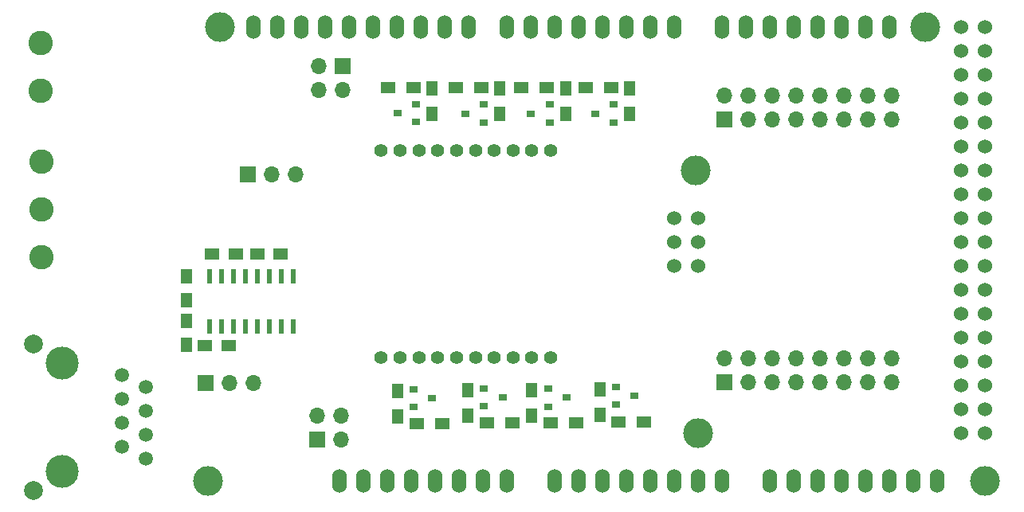
<source format=gbr>
G04 #@! TF.FileFunction,Soldermask,Bot*
%FSLAX46Y46*%
G04 Gerber Fmt 4.6, Leading zero omitted, Abs format (unit mm)*
G04 Created by KiCad (PCBNEW 4.0.4-stable) date 05/31/17 10:55:34*
%MOMM*%
%LPD*%
G01*
G04 APERTURE LIST*
%ADD10C,0.100000*%
%ADD11R,0.900000X0.800000*%
%ADD12O,1.524000X2.540000*%
%ADD13C,3.175000*%
%ADD14C,1.524000*%
%ADD15R,0.600000X1.500000*%
%ADD16R,1.500000X1.250000*%
%ADD17R,1.250000X1.500000*%
%ADD18R,1.700000X1.700000*%
%ADD19O,1.700000X1.700000*%
%ADD20C,2.600000*%
%ADD21C,3.500000*%
%ADD22C,2.000000*%
%ADD23C,1.500000*%
%ADD24C,1.400000*%
%ADD25R,1.500000X1.300000*%
%ADD26R,1.300000X1.500000*%
G04 APERTURE END LIST*
D10*
D11*
X149900000Y-110600000D03*
X149900000Y-108700000D03*
X151900000Y-109650000D03*
D12*
X182710000Y-70180000D03*
X185250000Y-70180000D03*
X187790000Y-70180000D03*
X190330000Y-70180000D03*
X192870000Y-70180000D03*
X195410000Y-70180000D03*
X197950000Y-70180000D03*
X200490000Y-70180000D03*
X205570000Y-118440000D03*
X203030000Y-118440000D03*
X200490000Y-118440000D03*
X197950000Y-118440000D03*
X187790000Y-118440000D03*
X182710000Y-118440000D03*
X180170000Y-118440000D03*
X190330000Y-118440000D03*
X192870000Y-118440000D03*
X195410000Y-118440000D03*
X177630000Y-118440000D03*
X175090000Y-118440000D03*
X172550000Y-118440000D03*
X164930000Y-118440000D03*
X167470000Y-118440000D03*
X170010000Y-118440000D03*
X159850000Y-118440000D03*
X157310000Y-118440000D03*
X154770000Y-118440000D03*
X149690000Y-118440000D03*
X147150000Y-118440000D03*
X177630000Y-70180000D03*
X175090000Y-70180000D03*
X172550000Y-70180000D03*
X170010000Y-70180000D03*
X167470000Y-70180000D03*
X164930000Y-70180000D03*
X162390000Y-70180000D03*
X159850000Y-70180000D03*
X155786000Y-70180000D03*
X153246000Y-70180000D03*
X150706000Y-70180000D03*
X148166000Y-70180000D03*
X145626000Y-70180000D03*
X143086000Y-70180000D03*
X140546000Y-70180000D03*
X138006000Y-70180000D03*
X152230000Y-118440000D03*
D13*
X210650000Y-118440000D03*
X204300000Y-70180000D03*
X129370000Y-70180000D03*
X128100000Y-118440000D03*
D14*
X208110000Y-72720000D03*
X210650000Y-72720000D03*
X208110000Y-75260000D03*
X210650000Y-75260000D03*
X208110000Y-77800000D03*
X210650000Y-77800000D03*
X208110000Y-80340000D03*
X210650000Y-80340000D03*
X208110000Y-70180000D03*
X210650000Y-70180000D03*
X210650000Y-82880000D03*
X208110000Y-82880000D03*
X208110000Y-85420000D03*
X210650000Y-85420000D03*
X208110000Y-87960000D03*
X210650000Y-87960000D03*
X208110000Y-90500000D03*
X210650000Y-90500000D03*
X208110000Y-93040000D03*
X210650000Y-93040000D03*
X208110000Y-95580000D03*
X210650000Y-95580000D03*
X208110000Y-98120000D03*
X210650000Y-98120000D03*
X208110000Y-100660000D03*
X210650000Y-100660000D03*
X208110000Y-103200000D03*
X210650000Y-103200000D03*
X208110000Y-105740000D03*
X210650000Y-105740000D03*
X208110000Y-108280000D03*
X210650000Y-108280000D03*
X208110000Y-110820000D03*
X210650000Y-110820000D03*
X208110000Y-113360000D03*
X210650000Y-113360000D03*
X177630000Y-90500000D03*
X180170000Y-90500000D03*
X177630000Y-93040000D03*
X180170000Y-93040000D03*
X177630000Y-95580000D03*
X180170000Y-95580000D03*
D13*
X179916000Y-85420000D03*
X180170000Y-113360000D03*
D12*
X144610000Y-118440000D03*
X142070000Y-118440000D03*
X135466000Y-70180000D03*
X132926000Y-70180000D03*
D15*
X128240000Y-96670000D03*
X129510000Y-96670000D03*
X130780000Y-96670000D03*
X132050000Y-96670000D03*
X133320000Y-96670000D03*
X134590000Y-96670000D03*
X135860000Y-96670000D03*
X137130000Y-96670000D03*
X137130000Y-102070000D03*
X135860000Y-102070000D03*
X134590000Y-102070000D03*
X133320000Y-102070000D03*
X132050000Y-102070000D03*
X130780000Y-102070000D03*
X129510000Y-102070000D03*
X128240000Y-102070000D03*
D16*
X135800000Y-94340000D03*
X133300000Y-94340000D03*
D17*
X125770000Y-103950000D03*
X125770000Y-101450000D03*
D16*
X127780000Y-104100000D03*
X130280000Y-104100000D03*
D17*
X125770000Y-96700000D03*
X125770000Y-99200000D03*
D16*
X128530000Y-94320000D03*
X131030000Y-94320000D03*
D18*
X182950000Y-107970000D03*
D19*
X182950000Y-105430000D03*
X185490000Y-107970000D03*
X185490000Y-105430000D03*
X188030000Y-107970000D03*
X188030000Y-105430000D03*
X190570000Y-107970000D03*
X190570000Y-105430000D03*
X193110000Y-107970000D03*
X193110000Y-105430000D03*
X195650000Y-107970000D03*
X195650000Y-105430000D03*
X198190000Y-107970000D03*
X198190000Y-105430000D03*
X200730000Y-107970000D03*
X200730000Y-105430000D03*
D18*
X139660000Y-114040000D03*
D19*
X139660000Y-111500000D03*
X142200000Y-114040000D03*
X142200000Y-111500000D03*
D18*
X142360000Y-74350000D03*
D19*
X142360000Y-76890000D03*
X139820000Y-74350000D03*
X139820000Y-76890000D03*
D20*
X110370000Y-89560000D03*
X110370000Y-84480000D03*
X110370000Y-94640000D03*
D18*
X127800000Y-108000000D03*
D19*
X130340000Y-108000000D03*
X132880000Y-108000000D03*
D20*
X110280000Y-71910000D03*
X110280000Y-76990000D03*
D21*
X112630000Y-105910000D03*
X112630000Y-117410000D03*
D22*
X109580000Y-103860000D03*
X109580000Y-119460000D03*
D23*
X121520000Y-116105000D03*
X121520000Y-113565000D03*
X121520000Y-111025000D03*
X121520000Y-108485000D03*
X118980000Y-114835000D03*
X118980000Y-112295000D03*
X118980000Y-109755000D03*
X118980000Y-107215000D03*
D18*
X132320000Y-85900000D03*
D19*
X134860000Y-85900000D03*
X137400000Y-85900000D03*
D18*
X182970000Y-80050000D03*
D19*
X182970000Y-77510000D03*
X185510000Y-80050000D03*
X185510000Y-77510000D03*
X188050000Y-80050000D03*
X188050000Y-77510000D03*
X190590000Y-80050000D03*
X190590000Y-77510000D03*
X193130000Y-80050000D03*
X193130000Y-77510000D03*
X195670000Y-80050000D03*
X195670000Y-77510000D03*
X198210000Y-80050000D03*
X198210000Y-77510000D03*
X200750000Y-80050000D03*
X200750000Y-77510000D03*
D24*
X146500000Y-83320000D03*
X148500000Y-83320000D03*
X150500000Y-83320000D03*
X152500000Y-83320000D03*
X154500000Y-83320000D03*
X156500000Y-83320000D03*
X158500000Y-83320000D03*
X160500000Y-83320000D03*
X162500000Y-83320000D03*
X164500000Y-83320000D03*
X164500000Y-105320000D03*
X162500000Y-105320000D03*
X160500000Y-105320000D03*
X158500000Y-105320000D03*
X156500000Y-105320000D03*
X154500000Y-105320000D03*
X152500000Y-105320000D03*
X150500000Y-105320000D03*
X148500000Y-105320000D03*
X146500000Y-105320000D03*
D11*
X157400000Y-110500000D03*
X157400000Y-108600000D03*
X159400000Y-109550000D03*
X171400000Y-110350000D03*
X171400000Y-108450000D03*
X173400000Y-109400000D03*
X164200000Y-110550000D03*
X164200000Y-108650000D03*
X166200000Y-109600000D03*
X150200000Y-78400000D03*
X150200000Y-80300000D03*
X148200000Y-79350000D03*
X157400000Y-78450000D03*
X157400000Y-80350000D03*
X155400000Y-79400000D03*
X164400000Y-78450000D03*
X164400000Y-80350000D03*
X162400000Y-79400000D03*
X171200000Y-78450000D03*
X171200000Y-80350000D03*
X169200000Y-79400000D03*
D25*
X152950000Y-112400000D03*
X150250000Y-112400000D03*
X160450000Y-112300000D03*
X157750000Y-112300000D03*
X174400000Y-112200000D03*
X171700000Y-112200000D03*
X167200000Y-112300000D03*
X164500000Y-112300000D03*
D26*
X148200000Y-108900000D03*
X148200000Y-111600000D03*
X155700000Y-108800000D03*
X155700000Y-111500000D03*
X169700000Y-108700000D03*
X169700000Y-111400000D03*
X162500000Y-108800000D03*
X162500000Y-111500000D03*
X151900000Y-79400000D03*
X151900000Y-76700000D03*
X159100000Y-79400000D03*
X159100000Y-76700000D03*
X166100000Y-79400000D03*
X166100000Y-76700000D03*
X172900000Y-79400000D03*
X172900000Y-76700000D03*
D25*
X149900000Y-76600000D03*
X147200000Y-76600000D03*
X157100000Y-76600000D03*
X154400000Y-76600000D03*
X164100000Y-76600000D03*
X161400000Y-76600000D03*
X170900000Y-76600000D03*
X168200000Y-76600000D03*
M02*

</source>
